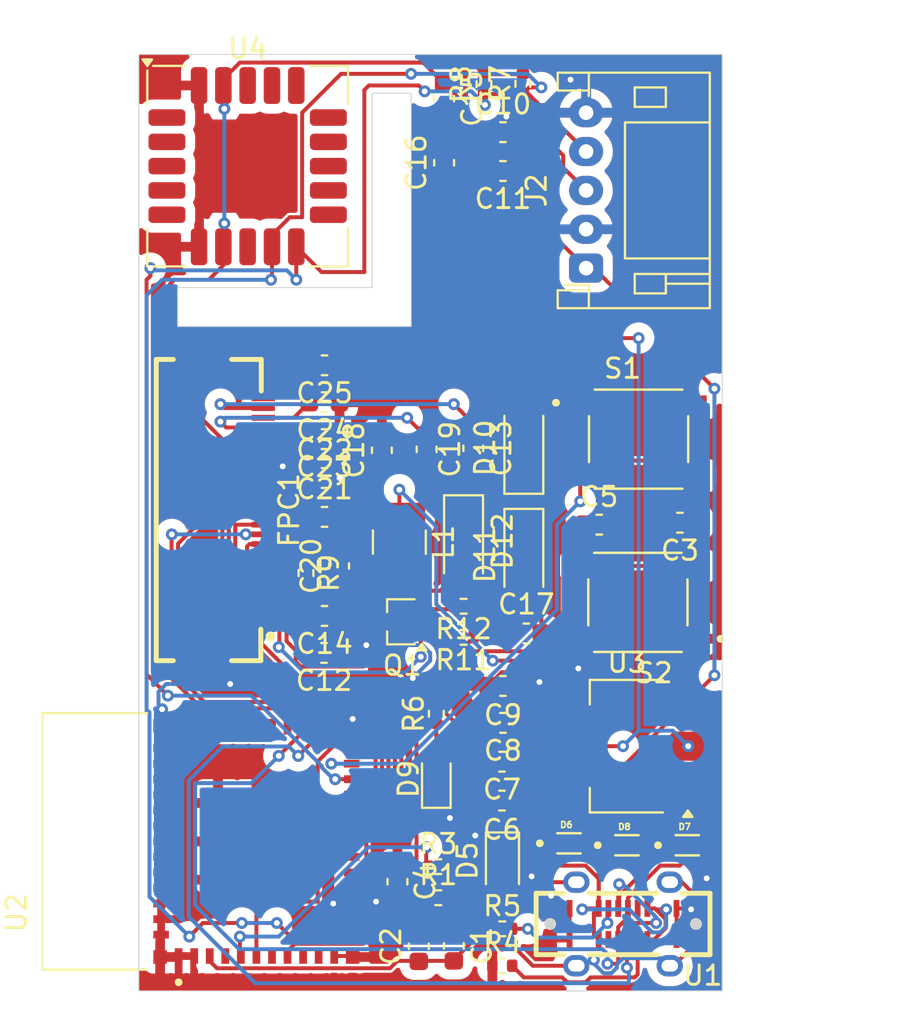
<source format=kicad_pcb>
(kicad_pcb (version 20241229) (generator "pcbnew") (generator_version "9.0")
  (layers (0 "F.Cu" signal) (2 "B.Cu" signal) (13 "F.Paste" user) (15 "B.Paste" user) (5 "F.SilkS" user "F.Silkscreen") (7 "B.SilkS" user "B.Silkscreen") (1 "F.Mask" user) (3 "B.Mask" user) (25 "Edge.Cuts" user))
  (net 0 "")
  (net 1 "GND")
  (net 2 "PREVGH")
  (net 3 "+3.3V")
  (net 4 "PREVGL")
  (net 5 "+5V")
  (net 6 "GPIO9")
  (net 7 "CHIP_PU")
  (net 8 "VBUS")
  (net 9 "D-")
  (net 10 "D+")
  (net 11 "SCL")
  (net 12 "SDA")
  (net 13 "SCLK")
  (net 14 "DC")
  (net 15 "CS")
  (net 16 "RES")
  (net 17 "GDR")
  (net 18 "BUSY")
  (net 19 "SDI")
  (net 20 "RESE")
  (net 21 "GPIO2")
  (net 22 "Net-(U1-CC1)")
  (net 23 "Net-(U1-CC2)")
  (net 25 "unconnected-(U1-EH-Pad0)")
  (net 30 "Net-(FPC1-Pad8)")
  (net 32 "Net-(C12-Pad2)")
  (net 33 "Net-(C14-Pad2)")
  (net 34 "Net-(D10-K)")
  (net 35 "Net-(D12-A)")
  (net 36 "Net-(C20-Pad2)")
  (net 37 "Net-(C21-Pad1)")
  (net 38 "Net-(C22-Pad1)")
  (net 39 "Net-(C23-Pad2)")
  (net 40 "Net-(C24-Pad2)")
  (net 41 "Net-(C25-Pad2)")
  (net 42 "Net-(D9-A)")
  (footprint "Library:FPC-SMD_24P-P0.50_FPC-05FB-24PH20" (layer "F.Cu") (at 91.775 94.25 -90)
    (property "Reference" "FPC1")
    (property "Value" "~")
  )
  (footprint "Capacitor_SMD:C_0603_1608Metric" (layer "F.Cu") (at 99.5 91.175 90)
    (property "Reference" "C18")
    (property "Value" "4.7uf/25V")
  )
  (footprint "Capacitor_SMD:C_0603_1608Metric" (layer "F.Cu") (at 106.925 100.6 180)
    (property "Reference" "C17")
    (property "Value" "4.7uf/25V")
  )
  (footprint "Capacitor_SMD:C_0603_1608Metric" (layer "F.Cu") (at 100.3 113.375 -90)
    (property "Reference" "C4")
    (property "Value" "1uf/50V")
  )
  (footprint "Capacitor_SMD:C_0603_1608Metric" (layer "F.Cu") (at 96.55 94.6)
    (property "Reference" "C21")
    (property "Value" "1uf/50V")
  )
  (footprint "LED_SMD:LED_0603_1608Metric" (layer "F.Cu") (at 102.3 108.0875 90)
    (property "Reference" "D9")
    (property "Value" "LED")
  )
  (footprint "Sensor:Sensirion_SCD4x-1EP_10.1x10.1mm_P1.25mm_EP4.8x4.8mm" (layer "F.Cu") (at 92.6 76.55)
    (property "Reference" "U4")
    (property "Value" "SCD40-D-R1")
  )
  (footprint "Diode_SMD:D_SOD-323" (layer "F.Cu") (at 105.7 112.45 -90)
    (property "Reference" "D5")
    (property "Value" "1N5819WS")
  )
  (footprint "Capacitor_SMD:C_0603_1608Metric" (layer "F.Cu") (at 97.3 97.125 90)
    (property "Reference" "C20")
    (property "Value" "1uf/50V")
  )
  (footprint "Capacitor_SMD:C_0603_1608Metric" (layer "F.Cu") (at 104.2 91.075 -90)
    (property "Reference" "C13")
    (property "Value" "4.7uf/25V")
  )
  (footprint "Connector_JST:JST_PH_S5B-PH-K_1x05_P2.00mm_Horizontal" (layer "F.Cu") (at 110 81.8 90)
    (property "Reference" "J2")
    (property "Value" "Conn_01x05")
  )
  (footprint "Diode_SMD:D_SOD-123" (layer "F.Cu") (at 106.8 96.55 -90)
    (property "Reference" "D11")
    (property "Value" "MBR0530")
  )
  (footprint "Resistor_SMD:R_0402_1005Metric" (layer "F.Cu") (at 103.7 100.8 180)
    (property "Reference" "R11")
    (property "Value" "10kR")
  )
  (footprint "Capacitor_SMD:C_0603_1608Metric" (layer "F.Cu") (at 102.7 76.375 90)
    (property "Reference" "C16")
    (property "Value" "4.7uf/25V")
  )
  (footprint "Capacitor_SMD:C_0603_1608Metric" (layer "F.Cu") (at 96.55 86.8 180)
    (property "Reference" "C25")
    (property "Value" "1uf/50V")
  )
  (footprint "Diode_SMD:D_SOD-123" (layer "F.Cu") (at 106.8 91.05 90)
    (property "Reference" "D10")
    (property "Value" "MBR0530")
  )
  (footprint "Resistor_SMD:R_0402_1005Metric" (layer "F.Cu") (at 105.69 115.8)
    (property "Reference" "R5")
    (property "Value" "5kR")
  )
  (footprint "Capacitor_SMD:C_0603_1608Metric" (layer "F.Cu") (at 105.675 107.2 180)
    (property "Reference" "C7")
    (property "Value" "0.1uf/50V")
  )
  (footprint "Resistor_SMD:R_0402_1005Metric" (layer "F.Cu") (at 102.4 112.6)
    (property "Reference" "R3")
    (property "Value" "10kR")
  )
  (footprint "Capacitor_SMD:C_0603_1608Metric" (layer "F.Cu") (at 101.8 91.125 -90)
    (property "Reference" "C19")
    (property "Value" "4.7uf/25V")
  )
  (footprint "Capacitor_SMD:C_0603_1608Metric" (layer "F.Cu") (at 110.675 95)
    (property "Reference" "C5")
    (property "Value" "0.1uf/50V")
  )
  (footprint "Capacitor_SMD:C_0603_1608Metric" (layer "F.Cu") (at 114.825 94.9 180)
    (property "Reference" "C3")
    (property "Value" "0.1uf/50V")
  )
  (footprint "Capacitor_SMD:C_0603_1608Metric" (layer "F.Cu") (at 96.55 88.7 180)
    (property "Reference" "C24")
    (property "Value" "4.7uf/25V")
  )
  (footprint "Resistor_SMD:R_0402_1005Metric" (layer "F.Cu") (at 103.7 99.2 180)
    (property "Reference" "R12")
    (property "Value" "0.47R")
  )
  (footprint "Capacitor_SMD:C_0603_1608Metric" (layer "F.Cu") (at 96.55 92.6)
    (property "Reference" "C22")
    (property "Value" "1uf/50V")
  )
  (footprint "custom_footprints:XCVR_ESP32-C3-MINI-1-N4" (layer "F.Cu") (at 90.35 111.3 90)
    (property "Reference" "U2")
    (property "Value" "ESP32-C3-MINI-1-N4")
  )
  (footprint "custom_footprints:TVS_LESD5D5.0CT1G" (layer "F.Cu") (at 109.12 111.4)
    (property "Reference" "D6")
    (property "Value" "LESD5D5.0CT1G")
  )
  (footprint "custom_footprints:SW_TS-1187A-B-A-B" (layer "F.Cu") (at 112.6625 99 180)
    (property "Reference" "S2")
    (property "Value" "TS-1187A-B-A-B")
  )
  (footprint "Package_TO_SOT_SMD:SOT-323_SC-70" (layer "F.Cu") (at 100.5 100 180)
    (property "Reference" "Q1")
    (property "Value" "Si1308EDL")
  )
  (footprint "Resistor_SMD:R_0402_1005Metric" (layer "F.Cu") (at 102.3 104.73 90)
    (property "Reference" "R6")
    (property "Value" "10kR")
  )
  (footprint "Capacitor_SMD:C_0603_1608Metric" (layer "F.Cu") (at 105.725 74.8)
    (property "Reference" "C10")
    (property "Value" "4.7uf/25V")
  )
  (footprint "Resistor_SMD:R_0402_1005Metric" (layer "F.Cu") (at 106.75 72.31 90)
    (property "Reference" "R7")
    (property "Value" "10kR")
  )
  (footprint "Resistor_SMD:R_0402_1005Metric" (layer "F.Cu") (at 105.69 117.7)
    (property "Reference" "R4")
    (property "Value" "5kR")
  )
  (footprint "Capacitor_SMD:C_0603_1608Metric" (layer "F.Cu") (at 96.55 90.6 180)
    (property "Reference" "C23")
    (property "Value" "4.7uf/25V")
  )
  (footprint "Capacitor_SMD:C_0603_1608Metric" (layer "F.Cu") (at 105.725 103.3)
    (property "Reference" "C9")
    (property "Value" "10uf/25V")
  )
  (footprint "Package_TO_SOT_SMD:SOT-223-3_TabPin2" (layer "F.Cu") (at 112.1 106.4 180)
    (property "Reference" "U3")
    (property "Value" "AMS1117-3.3")
  )
  (footprint "Capacitor_SMD:C_0603_1608Metric" (layer "F.Cu") (at 105.725 105.2 180)
    (property "Reference" "C8")
    (property "Value" "0.1uf/50V")
  )
  (footprint "custom_footprints:TVS_LESD5D5.0CT1G" (layer "F.Cu") (at 115.2 111.5)
    (property "Reference" "D7")
    (property "Value" "LESD5D5.0CT1G")
  )
  (footprint "Capacitor_SMD:C_0603_1608Metric" (layer "F.Cu") (at 103.2 116.675 -90)
    (property "Reference" "C1")
    (property "Value" "10uf/25V")
  )
  (footprint "Inductor_SMD:L_1210_3225Metric" (layer "F.Cu") (at 100.4 95.9 -90)
    (property "Reference" "L1")
    (property "Value" "10uH/1A")
  )
  (footprint "Capacitor_SMD:C_0603_1608Metric" (layer "F.Cu") (at 96.55 99.7 180)
    (property "Reference" "C14")
    (property "Value" "4.7uf/25V")
  )
  (footprint "Capacitor_SMD:C_0603_1608Metric" (layer "F.Cu") (at 96.525 101.6 180)
    (property "Reference" "C12")
    (property "Value" "4.7uf/25V")
  )
  (footprint "Resistor_SMD:R_0402_1005Metric" (layer "F.Cu") (at 102.4 114.2)
    (property "Reference" "R1")
    (property "Value" "10kR")
  )
  (footprint "Resistor_SMD:R_0402_1005Metric" (layer "F.Cu") (at 104.75 72.33 90)
    (property "Reference" "R8")
    (property "Value" "10kR")
  )
  (footprint "Capacitor_SMD:C_0603_1608Metric" (layer "F.Cu") (at 102.7 73.075 -90)
    (property "Reference" "C15")
    (property "Value" "0.1uf/50V")
  )
  (footprint "Capacitor_SMD:C_0603_1608Metric" (layer "F.Cu") (at 105.725 76.8 180)
    (property "Reference" "C11")
    (property "Value" "0.1uf/50V")
  )
  (footprint "Capacitor_SMD:C_0603_1608Metric" (layer "F.Cu") (at 101.4 116.7 90)
    (property "Reference" "C2")
    (property "Value" "0.1uf/50V")
  )
  (footprint "Capacitor_SMD:C_0603_1608Metric" (layer "F.Cu") (at 105.675 109.2)
    (property "Reference" "C6")
    (property "Value" "10uf/25V")
  )
  (footprint "Resistor_SMD:R_0402_1005Metric" (layer "F.Cu") (at 95.6 97.49 -90)
    (property "Reference" "R9")
    (property "Value" "3R")
  )
  (footprint "custom_footprints:TVS_LESD5D5.0CT1G" (layer "F.Cu") (at 112.1 111.5)
    (property "Reference" "D8")
    (property "Value" "LESD5D5.0CT1G")
  )
  (footprint "custom_footprints:SW_TS-1187A-B-A-B" (layer "F.Cu") (at 112.7 90.6)
    (property "Reference" "S1")
    (property "Value" "TS-1187A-B-A-B")
  )
  (footprint "Diode_SMD:D_SOD-123" (layer "F.Cu") (at 103.7 95.85 -90)
    (property "Reference" "D12")
    (property "Value" "MBR0530")
  )
  (footprint "USBC_SMD_VERTICAL:TYPE-C-SMD_USB4120-03-C" (layer "F.Cu") (at 111.9 115.55)
    (property "Reference" "U1")
    (property "Value" "~")
    (fp_poly (pts (xy -3.452567 -0.039158) (xy -3.472836 -0.114805) (xy -3.511994 -0.182628) (xy -3.567372 -0.238006) (xy -3.635195 -0.277164) (xy -3.710842 -0.297433) (xy -3.789158 -0.297433) (xy -3.864805 -0.277164) (xy -3.932628 -0.238006) (xy -3.988006 -0.182628) (xy -4.027164 -0.114805) (xy -4.047433 -0.039158) (xy -4.047433 0.039158) (xy -4.027164 0.114805) (xy -3.988006 0.182628) (xy -3.932628 0.238006) (xy -3.864805 0.277164) (xy -3.789158 0.297433) (xy -3.710842 0.297433) (xy -3.635195 0.277164) (xy -3.567372 0.238006) (xy -3.511994 0.182628) (xy -3.472836 0.114805) (xy -3.452567 0.039158)) (fill yes) (layer "Edge.Cuts"))
    (fp_poly (pts (xy 4.047433 -0.039158) (xy 4.027164 -0.114805) (xy 3.988006 -0.182628) (xy 3.932628 -0.238006) (xy 3.864805 -0.277164) (xy 3.789158 -0.297433) (xy 3.710842 -0.297433) (xy 3.635195 -0.277164) (xy 3.567372 -0.238006) (xy 3.511994 -0.182628) (xy 3.472836 -0.114805) (xy 3.452567 -0.039158) (xy 3.452567 0.039158) (xy 3.472836 0.114805) (xy 3.511994 0.182628) (xy 3.567372 0.238006) (xy 3.635195 0.277164) (xy 3.710842 0.297433) (xy 3.789158 0.297433) (xy 3.864805 0.277164) (xy 3.932628 0.238006) (xy 3.988006 0.182628) (xy 4.027164 0.114805) (xy 4.047433 0.039158)) (fill yes) (layer "Edge.Cuts"))
  )
  (gr_line (start 117 119) (end 87 119) (stroke (width 0.05)) (layer "Edge.Cuts"))
  (gr_line (start 89 82.8) (end 89 84.8) (stroke (width 0.05)) (layer "Edge.Cuts"))
  (gr_line (start 87 119) (end 87 70.8) (stroke (width 0.05)) (layer "Edge.Cuts"))
  (gr_line (start 101 84.8) (end 101 72.8) (stroke (width 0.05)) (layer "Edge.Cuts"))
  (gr_line (start 87 70.8) (end 117 70.8) (stroke (width 0.05)) (layer "Edge.Cuts"))
  (gr_line (start 99 82.8) (end 89 82.8) (stroke (width 0.05)) (layer "Edge.Cuts"))
  (gr_line (start 89 84.8) (end 101 84.8) (stroke (width 0.05)) (layer "Edge.Cuts"))
  (gr_line (start 101 72.8) (end 99 72.8) (stroke (width 0.05)) (layer "Edge.Cuts"))
  (gr_line (start 117 70.8) (end 117 119) (stroke (width 0.05)) (layer "Edge.Cuts"))
  (gr_line (start 99 72.8) (end 99 82.8) (stroke (width 0.05)) (layer "Edge.Cuts"))
  (segment (start 104.21 100.8) (end 102.118043 102.891957) (width 0.2032) (layer "F.Cu") (net 1))
  (segment (start 98 105.35) (end 98 105) (width 0.2032) (layer "F.Cu") (net 1))
  (segment (start 97.05 117.2) (end 97.95 117.2) (width 0.2032) (layer "F.Cu") (net 1))
  (segment (start 105.1 74.8) (end 105.9 74) (width 0.2032) (layer "F.Cu") (net 1))
  (segment (start 104.95 74.8) (end 105.1 74.8) (width 0.2032) (layer "F.Cu") (net 1))
  (segment (start 88.1 105.35) (end 88.1 104.6) (width 0.2032) (layer "F.Cu") (net 1))
  (segment (start 105.6546 102.5954) (end 107.0954 102.5954) (width 0.2032) (layer "F.Cu") (net 1))
  (segment (start 98 105.3) (end 98 105.35) (width 0.2032) (layer "F.Cu") (net 1))
  (segment (start 92.6908 92) (end 90.15 89.4592) (width 0.2032) (layer "F.Cu") (net 1))
  (segment (start 109.15 114.75) (end 108.85 114.75) (width 0.2032) (layer "F.Cu") (net 1))
  (segment (start 114.65 114.75) (end 115.35 114.75) (width 0.2032) (layer "F.Cu") (net 1))
  (segment (start 88.1 104.6) (end 88.2 104.5) (width 0.2032) (layer "F.Cu") (net 1))
  (segment (start 90.15 89.4592) (end 90.15 86.95) (width 0.2032) (layer "F.Cu") (net 1))
  (segment (start 109.15 114.75) (end 109.15 116.35) (width 0.2032) (layer "F.Cu") (net 1))
  (segment (start 102.3 108.875) (end 102.3 109.4) (width 0.2032) (layer "F.Cu") (net 1))
  (segment (start 104.95 103.3) (end 105.6546 102.5954) (width 0.2032) (layer "F.Cu") (net 1))
  (segment (start 108.85 114.75) (end 108.2 114.1) (width 0.2032) (layer "F.Cu") (net 1))
  (segment (start 101.8 91.9) (end 101.8 92.3) (width 0.2032) (layer "F.Cu") (net 1))
  (segment (start 114.65 114.75) (end 114.65 116.35) (width 0.2032) (layer "F.Cu") (net 1))
  (segment (start 102.3 109.4) (end 103 110.1) (width 0.2032) (layer "F.Cu") (net 1))
  (segment (start 97.95 117.2) (end 98 117.25) (width 0.2032) (layer "F.Cu") (net 1))
  (segment (start 98 105.35) (end 97.95 105.35) (width 0.2032) (layer "F.Cu") (net 1))
  (segment (start 107.0954 102.5954) (end 107.6 103.1) (width 0.2032) (layer "F.Cu") (net 1))
  (segment (start 115.35 114.75) (end 115.4 114.8) (width 0.2032) (layer "F.Cu") (net 1))
  (segment (start 97.95 114.5) (end 97 114.5) (width 0.2032) (layer "F.Cu") (net 1))
  (segment (start 93.4 92) (end 92.6908 92) (width 0.2032) (layer "F.Cu") (net 1))
  (segment (start 102.118043 102.891957) (end 101.091957 102.891957) (width 0.2032) (layer "F.Cu") (net 1))
  (segment (start 93.4 92) (end 94.4 92) (width 0.2032) (layer "F.Cu") (net 1))
  (segment (start 109.6 102.4) (end 109.7 102.5) (width 0.2032) (layer "F.Cu") (net 1))
  (segment (start 101.8 91.9) (end 101.8 91.575864) (width 0.2032) (layer "F.Cu") (net 1))
  (via (at 109.6 102.4) (size 0.61) (drill 0.3) (layers "F.Cu" "B.Cu") (net 1))
  (via (at 97 114.5) (size 0.61) (drill 0.3) (layers "F.Cu" "B.Cu") (net 1))
  (via (at 107.6 103.1) (size 0.61) (drill 0.3) (layers "F.Cu" "B.Cu") (net 1))
  (via (at 98.7 101.2) (size 0.61) (drill 0.3) (layers "F.Cu" "B.Cu") (net 1))
  (via (at 108.2 114.1) (size 0.61) (drill 0.3) (layers "F.Cu" "B.Cu") (net 1))
  (via (at 91.7 103.2) (size 0.61) (drill 0.3) (layers "F.Cu" "B.Cu") (net 1))
  (via (at 94.4 92) (size 0.61) (drill 0.3) (layers "F.Cu" "B.Cu") (net 1))
  (via (at 101.091957 102.891957) (size 0.61) (drill 0.3) (layers "F.Cu" "B.Cu") (net 1))
  (via (at 88.2 104.5) (size 0.61) (drill 0.3) (layers "F.Cu" "B.Cu") (net 1))
  (via (at 99.2 114.4) (size 0.61) (drill 0.3) (layers "F.Cu" "B.Cu") (net 1))
  (via (at 115.4 114.8) (size 0.61) (drill 0.3) (layers "F.Cu" "B.Cu") (net 1))
  (via (at 105.9 74) (size 0.61) (drill 0.3) (layers "F.Cu" "B.Cu") (net 1))
  (via (at 103 110.1) (size 0.61) (drill 0.3) (layers "F.Cu" "B.Cu") (net 1))
  (via (at 104.3 111) (size 0.61) (drill 0.3) (layers "F.Cu" "B.Cu") (net 1))
  (via (at 109.2 72.1) (size 0.61) (drill 0.3) (layers "F.Cu" "B.Cu") (net 1))
  (via (at 116.2 113.2) (size 0.61) (drill 0.3) (layers "F.Cu" "B.Cu") (net 1))
  (via (at 107.2 113.1) (size 0.61) (drill 0.3) (layers "F.Cu" "B.Cu") (net 1))
  (via (at 98 105) (size 0.61) (drill 0.3) (layers "F.Cu" "B.Cu") (net 1))
  (via (at 97.325 92.6) (size 0.61) (drill 0.3) (layers "F.Cu" "B.Cu") (net 1))
  (segment (start 88.2 104.5) (end 88.0164 104.3164) (width 0.2032) (layer "B.Cu") (net 1))
  (segment (start 107.6 103.1) (end 108.9 103.1) (width 0.2032) (layer "B.Cu") (net 1))
  (segment (start 105.9 74) (end 107.3 74) (width 0.2032) (layer "B.Cu") (net 1))
  (segment (start 108.9 103.1) (end 109.6 102.4) (width 0.2032) (layer "B.Cu") (net 1))
  (segment (start 103.4 110.1) (end 104.3 111) (width 0.2032) (layer "B.Cu") (net 1))
  (segment (start 96.725 92) (end 97.325 92.6) (width 0.2032) (layer "B.Cu") (net 1))
  (segment (start 98 105) (end 98.983914 105) (width 0.2032) (layer "B.Cu") (net 1))
  (segment (start 98.983914 105) (end 101.091957 102.891957) (width 0.2032) (layer "B.Cu") (net 1))
  (segment (start 115.4 114) (end 116.2 113.2) (width 0.2032) (layer "B.Cu") (net 1))
  (segment (start 107.3 74) (end 109.2 72.1) (width 0.2032) (layer "B.Cu") (net 1))
  (segment (start 101.9836 101.599686) (end 101.583914 101.2) (width 0.2032) (layer "B.Cu") (net 1))
  (segment (start 88.0164 104.3164) (end 88.0164 103.599686) (width 0.2032) (layer "B.Cu") (net 1))
  (segment (start 101.091957 102.891957) (end 101.9836 102.000314) (width 0.2032) (layer "B.Cu") (net 1))
  (segment (start 103 110.1) (end 103.4 110.1) (width 0.2032) (layer "B.Cu") (net 1))
  (segment (start 101.9836 102.000314) (end 101.9836 101.599686) (width 0.2032) (layer "B.Cu") (net 1))
  (segment (start 108.2 114.1) (end 107.2 113.1) (width 0.2032) (layer "B.Cu") (net 1))
  (segment (start 97 114.5) (end 99.1 114.5) (width 0.2032) (layer "B.Cu") (net 1))
  (segment (start 101.583914 101.2) (end 98.7 101.2) (width 0.2032) (layer "B.Cu") (net 1))
  (segment (start 88.0164 103.599686) (end 88.416086 103.2) (width 0.2032) (layer "B.Cu") (net 1))
  (segment (start 88.416086 103.2) (end 91.7 103.2) (width 0.2032) (layer "B.Cu") (net 1))
  (segment (start 115.4 114.8) (end 115.4 114) (width 0.2032) (layer "B.Cu") (net 1))
  (segment (start 94.4 92) (end 96.725 92) (width 0.2032) (layer "B.Cu") (net 1))
  (segment (start 99.1 114.5) (end 99.2 114.4) (width 0.2032) (layer "B.Cu") (net 1))
  (segment (start 102.75 90.35) (end 101.8 90.35) (width 0.2032) (layer "F.Cu") (net 2))
  (segment (start 91.2 89.7) (end 91.5 90) (width 0.2032) (layer "F.Cu") (net 2))
  (segment (start 103.7 94.2) (end 103 93.5) (width 0.2032) (layer "F.Cu") (net 2))
  (segment (start 100.8 89.5) (end 101.65 90.35) (width 0.2032) (layer "F.Cu") (net 2))
  (segment (start 103 90.6) (end 102.75 90.35) (width 0.2032) (layer "F.Cu") (net 2))
  (segment (start 103 93.5) (end 103 90.6) (width 0.2032) (layer "F.Cu") (net 2))
  (segment (start 101.65 90.35) (end 101.8 90.35) (width 0.2032) (layer "F.Cu") (net 2))
  (segment (start 91.5 90) (end 93.4 90) (width 0.2032) (layer "F.Cu") (net 2))
  (via (at 100.8 89.5) (size 0.61) (drill 0.3) (layers "F.Cu" "B.Cu") (net 2))
  (via (at 91.2 89.7) (size 0.61) (drill 0.3) (layers "F.Cu" "B.Cu") (net 2))
  (segment (start 91.4 89.5) (end 91.2 89.7) (width 0.2032) (layer "B.Cu") (net 2))
  (segment (start 100.8 89.5) (end 91.4 89.5) (width 0.2032) (layer "B.Cu") (net 2))
  (segment (start 91.35 80.7) (end 91.35 79.55) (width 0.2032) (layer "F.Cu") (net 3))
  (segment (start 104.1 116.5) (end 104.1 114.7) (width 0.2032) (layer "F.Cu") (net 3))
  (segment (start 102.9 112.61) (end 102.91 112.6) (width 0.2032) (layer "F.Cu") (net 3))
  (segment (start 104.1504 71.2204) (end 104.75 71.82) (width 0.2032) (layer "F.Cu") (net 3))
  (segment (start 102.9 114.19) (end 102.9 112.61) (width 0.2032) (layer "F.Cu") (net 3))
  (segment (start 90.602599 82.3974) (end 88.833238 82.3974) (width 0.2032) (layer "F.Cu") (net 3))
  (segment (start 91.35 79.55) (end 91.4 79.5) (width 0.2032) (layer "F.Cu") (net 3))
  (segment (start 91.4 73.6) (end 91.4 72.45) (width 0.2032) (layer "F.Cu") (net 3))
  (segment (start 102.91 114.2) (end 103.6 114.2) (width 0.2032) (layer "F.Cu") (net 3))
  (segment (start 88.5974 82.633238) (end 88.5974 84.966762) (width 0.2032) (layer "F.Cu") (net 3))
  (segment (start 93.4 71.2204) (end 104.1504 71.2204) (width 0.2032) (layer "F.Cu") (net 3))
  (segment (start 103.2 117.4) (end 104.1 116.5) (width 0.2032) (layer "F.Cu") (net 3))
  (segment (start 103.9 105.82) (end 103.9 106.4) (width 0.2032) (layer "F.Cu") (net 3))
  (segment (start 90.65 117.4592) (end 91.0204 117.8296) (width 0.2032) (layer "F.Cu") (net 3))
  (segment (start 89.030638 85.4) (end 112.7 85.4) (width 0.2032) (layer "F.Cu") (net 3))
  (segment (start 111.9 106.4) (end 108.95 106.4) (width 0.2032) (layer "F.Cu") (net 3))
  (segment (start 99.9204 117.8296) (end 100.3 117.45) (width 0.2032) (layer "F.Cu") (net 3))
  (segment (start 104.75 71.82) (end 106.73 71.82) (width 0.2032) (layer "F.Cu") (net 3))
  (segment (start 103.6 106.7) (end 103.9 106.4) (width 0.2032) (layer "F.Cu") (net 3))
  (segment (start 103.2 117.45) (end 103.2 117.4) (width 0.2032) (layer "F.Cu") (net 3))
  (segment (start 106.5 105.2) (end 106.5 103.3) (width 0.2032) (layer "F.Cu") (net 3))
  (segment (start 91.35 80.7) (end 91.35 81.649999) (width 0.2032) (layer "F.Cu") (net 3))
  (segment (start 103.4046 73.0046) (end 102.7 72.3) (width 0.2032) (layer "F.Cu") (net 3))
  (segment (start 105.2 102) (end 107.3 102) (width 0.2032) (layer "F.Cu") (net 3))
  (segment (start 103.4046 74.8954) (end 103.4046 73.0046) (width 0.2032) (layer "F.Cu") (net 3))
  (segment (start 107.3 102) (end 108.95 103.65) (width 0.2032) (layer "F.Cu") (net 3))
  (segment (start 103.6 112.6) (end 103.6 106.7) (width 0.2032) (layer "F.Cu") (net 3))
  (segment (start 91.35 72.95) (end 91.35 72.4) (width 0.2032) (layer "F.Cu") (net 3))
  (segment (start 100.3 117.45) (end 103.2 117.45) (width 0.2032) (layer "F.Cu") (net 3))
  (segment (start 108.95 103.65) (end 108.95 106.4) (width 0.2032) (layer "F.Cu") (net 3))
  (segment (start 108.95 106.4) (end 107.75 105.2) (width 0.2032) (layer "F.Cu") (net 3))
  (segment (start 102.3 104.22) (end 103.9 105.82) (width 0.2032) (layer "F.Cu") (net 3))
  (segment (start 99.5 93.6) (end 100.4 94.5) (width 0.2032) (layer "F.Cu") (net 3))
  (segment (start 91.4 72.45) (end 91.35 72.4) (width 0.2032) (layer "F.Cu") (net 3))
  (segment (start 91.0204 117.8296) (end 99.9204 117.8296) (width 0.2032) (layer "F.Cu") (net 3))
  (segment (start 88.833238 82.3974) (end 88.5974 82.633238) (width 0.2032) (layer "F.Cu") (net 3))
  (segment (start 100.4 94.5) (end 100.4 93.2) (width 0.2032) (layer "F.Cu") (net 3))
  (segment (start 104.1 114.7) (end 103.6 114.2) (width 0.2032) (layer "F.Cu") (net 3))
  (segment (start 88.5974 84.966762) (end 89.030638 85.4) (width 0.2032) (layer "F.Cu") (net 3))
  (segment (start 101.6204 71.2204) (end 93.4 71.2204) (width 0.2032) (layer "F.Cu") (net 3))
  (segment (start 91.35 81.649999) (end 90.602599 82.3974) (width 0.2032) (layer "F.Cu") (net 3))
  (segment (start 107.75 105.2) (end 106.5 105.2) (width 0.2032) (layer "F.Cu") (net 3))
  (segment (start 92.198488 71.2204) (end 93.4 71.2204) (width 0.2032) (layer "F.Cu") (net 3))
  (segment (start 103.6 114.2) (end 103.6 112.6) (width 0.2032) (layer "F.Cu") (net 3))
  (segment (start 91.35 72.4) (end 91.35 72.068888) (width 0.2032) (layer "F.Cu") (net 3))
  (segment (start 102.7 72.3) (end 101.6204 71.2204) (width 0.2032) (layer "F.Cu") (net 3))
  (segment (start 103.9 106.4) (end 108.95 106.4) (width 0.2032) (layer "F.Cu") (net 3))
  (segment (start 102.91 114.2) (end 102.9 114.19) (width 0.2032) (layer "F.Cu") (net 3))
  (segment (start 91.35 72.068888) (end 92.198488 71.2204) (width 0.2032) (layer "F.Cu") (net 3))
  (segment (start 102.91 112.6) (end 103.6 112.6) (width 0.2032) (layer "F.Cu") (net 3))
  (segment (start 106.73 71.82) (end 106.75 71.8) (width 0.2032) (layer "F.Cu") (net 3))
  (segment (start 90.65 117.2) (end 90.65 117.4592) (width 0.2032) (layer "F.Cu") (net 3))
  (segment (start 99.5 91.95) (end 99.5 93.6) (width 0.2032) (layer "F.Cu") (net 3))
  (segment (start 102.7 75.6) (end 103.4046 74.8954) (width 0.2032) (layer "F.Cu") (net 3))
  (via (at 91.4 73.6) (size 0.61) (drill 0.3) (layers "F.Cu" "B.Cu") (net 3))
  (via (at 105.2 102) (size 0.61) (drill 0.3) (layers "F.Cu" "B.Cu") (net 3))
  (via (at 100.4 93.2) (size 0.61) (drill 0.3) (layers "F.Cu" "B.Cu") (net 3))
  (via (at 112.7 85.4) (size 0.61) (drill 0.3) (layers "F.Cu" "B.Cu") (net 3))
  (via (at 111.9 106.4) (size 0.61) (drill 0.3) (layers "F.Cu" "B.Cu") (net 3))
  (via (at 115.25 106.4) (size 0.61) (drill 0.3) (layers "F.Cu" "B.Cu") (net 3))
  (via (at 91.4 79.5) (size 0.61) (drill 0.3) (layers "F.Cu" "B.Cu") (net 3))
  (segment (start 112.7 105.6) (end 114.45 105.6) (width 0.2032) (layer "B.Cu") (net 3))
  (segment (start 102.3 95.1) (end 102.3 99.1) (width 0.2032) (layer "B.Cu") (net 3))
  (segment (start 112.7 105.6) (end 111.9 106.4) (width 0.2032) (layer "B.Cu") (net 3))
  (segment (start 102.3 99.1) (end 105.2 102) (width 0.2032) (layer "B.Cu") (net 3))
  (segment (start 112.7 85.4) (end 112.7 105.6) (width 0.2032) (layer "B.Cu") (net 3))
  (segment (start 91.4 79.5) (end 91.4 73.6) (width 0.2032) (layer "B.Cu") (net 3))
  (segment (start 114.45 105.6) (end 115.25 106.4) (width 0.2032) (layer "B.Cu") (net 3))
  (segment (start 100.4 93.2) (end 102.3 95.1) (width 0.2032) (layer "B.Cu") (net 3))
  (segment (start 105.1 89.4) (end 104.2 90.3) (width 0.2032) (layer "F.Cu") (net 4))
  (segment (start 104.2 89.8) (end 104.2 90.3) (width 0.2032) (layer "F.Cu") (net 4))
  (segment (start 106.8 89.4) (end 105.1 89.4) (width 0.2032) (layer "F.Cu") (net 4))
  (segment (start 91.2 88.8) (end 91.4 89) (width 0.2032) (layer "F.Cu") (net 4))
  (segment (start 91.4 89) (end 93.4 89) (width 0.2032) (layer "F.Cu") (net 4))
  (segment (start 103.2 88.8) (end 104.2 89.8) (width 0.2032) (layer "F.Cu") (net 4))
  (via (at 91.2 88.8) (size 0.61) (drill 0.3) (layers "F.Cu" "B.Cu") (net 4))
  (via (at 103.2 88.8) (size 0.61) (drill 0.3) (layers "F.Cu" "B.Cu") (net 4))
  (segment (start 103.2 88.8) (end 91.2 88.8) (width 0.2032) (layer "B.Cu") (net 4))
  (segment (start 106.5 74.8) (end 106.5 76.8) (width 0.2032) (layer "F.Cu") (net 5))
  (segment (start 110.45 108.9) (end 115.25 104.1) (width 0.2032) (layer "F.Cu") (net 5))
  (segment (start 106.45 109.2) (end 106.45 107.2) (width 0.2032) (layer "F.Cu") (net 5))
  (segment (start 116.5974 87.9974) (end 116.5974 88) (width 0.2032) (layer "F.Cu") (net 5))
  (segment (start 107.1796 77.4796) (end 107.1796 78.9796) (width 0.2032) (layer "F.Cu") (net 5))
  (segment (start 110 81.8) (end 110.4 81.8) (width 0.2032) (layer "F.Cu") (net 5))
  (segment (start 106.5 76.8) (end 107.1796 77.4796) (width 0.2032) (layer "F.Cu") (net 5))
  (segment (start 108.15 108.9) (end 110.45 108.9) (width 0.2032) (layer "F.Cu") (net 5))
  (segment (start 105.7 111.4) (end 105.7 109.95) (width 0.2032) (layer "F.Cu") (net 5))
  (segment (start 107.1796 78.9796) (end 110 81.8) (width 0.2032) (layer "F.Cu") (net 5))
  (segment (start 116.5974 102.7526) (end 115.25 104.1) (width 0.2032) (layer "F.Cu") (net 5))
  (segment (start 110.4 81.8) (end 116.5974 87.9974) (width 0.2032) (layer "F.Cu") (net 5))
  (segment (start 106.45 107.2) (end 108.15 108.9) (width 0.2032) (layer "F.Cu") (net 5))
  (segment (start 105.7 109.95) (end 106.45 109.2) (width 0.2032) (layer "F.Cu") (net 5))
  (via (at 116.5974 88) (size 0.61) (drill 0.3) (layers "F.Cu" "B.Cu") (net 5))
  (via (at 116.5974 102.7526) (size 0.61) (drill 0.3) (layers "F.Cu" "B.Cu") (net 5))
  (segment (start 116.5974 88) (end 116.5974 102.7526) (width 0.2032) (layer "B.Cu") (net 5))
  (segment (start 115.6 92.575) (end 115.7 92.475) (width 0.2032) (layer "F.Cu") (net 6))
  (segment (start 110.475 91.7) (end 114.925 91.7) (width 0.2032) (layer "F.Cu") (net 6))
  (segment (start 115.6 94.9) (end 115.6 92.575) (width 0.2032) (layer "F.Cu") (net 6))
  (segment (start 109.7 92.475) (end 110.475 91.7) (width 0.2032) (layer "F.Cu") (net 6))
  (segment (start 109.7 92.475) (end 109.7 93.8) (width 0.2032) (layer "F.Cu") (net 6))
  (segment (start 114.925 91.7) (end 115.7 92.475) (width 0.2032) (layer "F.Cu") (net 6))
  (segment (start 96.9 107.3) (end 97.95 107.3) (width 0.2032) (layer "F.Cu") (net 6))
  (via (at 109.7 93.8) (size 0.61) (drill 0.3) (layers "F.Cu" "B.Cu") (net 6))
  (via (at 96.9 107.3) (size 0.61) (drill 0.3) (layers "F.Cu" "B.Cu") (net 6))
  (segment (start 109.7 93.8) (end 108.5 95) (width 0.2032) (layer "B.Cu") (net 6))
  (segment (start 108.5 95) (end 108.5 99.383914) (width 0.2032) (layer "B.Cu") (net 6))
  (segment (start 100.583914 107.3) (end 96.9 107.3) (width 0.2032) (layer "B.Cu") (net 6))
  (segment (start 108.5 99.383914) (end 100.583914 107.3) (width 0.2032) (layer "B.Cu") (net 6))
  (segment (start 95.0204 116.5704) (end 98.5388 116.5704) (width 0.2032) (layer "F.Cu") (net 7))
  (segment (start 101.2804 104.400236) (end 101.2804 113.7004) (width 0.2032) (layer "F.Cu") (net 7))
  (segment (start 109.9 95) (end 109.9 95.2) (width 0.2032) (layer "F.Cu") (net 7))
  (segment (start 98.5796 115.8704) (end 100.3 114.15) (width 0.2032) (layer "F.Cu") (net 7))
  (segment (start 109.9 95.2) (end 109.6625 95.4375) (width 0.2032) (layer "F.Cu") (net 7))
  (segment (start 108.9329 100.5657) (end 107.9822 101.5164) (width 0.2032) (layer "F.Cu") (net 7))
  (segment (start 107.9822 101.5164) (end 104.164236 101.5164) (width 0.2032) (layer "F.Cu") (net 7))
  (segment (start 101.2804 113.7004) (end 101.78 114.2) (width 0.2032) (layer "F.Cu") (net 7))
  (segment (start 94.65 116.9408) (end 95.0204 116.5704) (width 0.2032) (layer "F.Cu") (net 7))
  (segment (start 98.5796 116.5296) (end 98.5796 115.8704) (width 0.2032) (layer "F.Cu") (net 7))
  (segment (start 109.6625 97.125) (end 115.6625 97.125) (width 0.2032) (layer "F.Cu") (net 7))
  (segment (start 108.9329 97.8546) (end 108.9329 100.5657) (width 0.2032) (layer "F.Cu") (net 7))
  (segment (start 104.164236 101.5164) (end 101.2804 104.400236) (width 0.2032) (layer "F.Cu") (net 7))
  (segment (start 101.89 114.2) (end 100.35 114.2) (width 0.2032) (layer "F.Cu") (net 7))
  (segment (start 109.6625 95.4375) (end 109.6625 97.125) (width 0.2032) (layer "F.Cu") (net 7))
  (segment (start 98.5388 116.5704) (end 98.5796 116.5296) (width 0.2032) (layer "F.Cu") (net 7))
  (segment (start 100.35 114.2) (end 100.3 114.15) (width 0.2032) (layer "F.Cu") (net 7))
  (segment (start 94.65 117.2) (end 94.65 116.9408) (width 0.2032) (layer "F.Cu") (net 7))
  (segment (start 101.78 114.2) (end 101.89 114.2) (width 0.2032) (layer "F.Cu") (net 7))
  (segment (start 109.6625 97.125) (end 108.9329 97.8546) (width 0.2032) (layer "F.Cu") (net 7))
  (segment (start 114.0836 115.7696) (end 114.0836 115.299686) (width 0.2032) (layer "F.Cu") (net 8))
  (segment (start 109.978158 112.5474) (end 110.65 113.219242) (width 0.2032) (layer "F.Cu") (net 8))
  (segment (start 113.583914 114.8) (end 113.533914 114.75) (width 0.2032) (layer "F.Cu") (net 8))
  (segment (start 109.78 111.4) (end 110.65 112.27) (width 0.2032) (layer "F.Cu") (net 8))
  (segment (start 113.533914 114.75) (end 113.15 114.75) (width 0.2032) (layer "F.Cu") (net 8))
  (segment (start 113.5032 116.35) (end 114.0836 115.7696) (width 0.2032) (layer "F.Cu") (net 8))
  (segment (start 106.6526 112.5474) (end 109.978158 112.5474) (width 0.2032) (layer "F.Cu") (net 8))
  (segment (start 110.65 116.35) (end 110.4 116.1) (width 0.2032) (layer "F.Cu") (net 8))
  (segment (start 114.118998 114.8) (end 113.583914 114.8) (width 0.2032) (layer "F.Cu") (net 8))
  (segment (start 110.4 116.1) (end 110.4 115) (width 0.2032) (layer "F.Cu") (net 8))
  (segment (start 110.65 113.219242) (end 110.65 114.75) (width 0.2032) (layer "F.Cu") (net 8))
  (segment (start 113.15 116.35) (end 113.5032 116.35) (width 0.2032) (layer "F.Cu") (net 8))
  (segment (start 109.85 114.75) (end 109.8 114.8) (width 0.2032) (layer "F.Cu") (net 8))
  (segment (start 105.7 113.5) (end 106.6526 112.5474) (width 0.2032) (layer "F.Cu") (net 8))
  (segment (start 114.0836 115.299686) (end 113.533914 114.75) (width 0.2032) (layer "F.Cu") (net 8))
  (segment (start 110.65 112.27) (end 110.65 114.75) (width 0.2032) (layer "F.Cu") (net 8))
  (segment (start 110.4 115) (end 110.65 114.75) (width 0.2032) (layer "F.Cu") (net 8))
  (segment (start 110.65 114.75) (end 109.85 114.75) (width 0.2032) (layer "F.Cu") (net 8))
  (via (at 109.8 114.8) (size 0.61) (drill 0.3) (layers "F.Cu" "B.Cu") (net 8))
  (via (at 114.118998 114.8) (size 0.61) (drill 0.3) (layers "F.Cu" "B.Cu") (net 8))
  (segment (start 114.118998 115.664916) (end 114.118998 114.8) (width 0.2032) (layer "B.Cu") (net 8))
  (segment (start 113.800314 115.9836) (end 114.118998 115.664916) (width 0.2032) (layer "B.Cu") (net 8))
  (segment (start 113.399686 115.9836) (end 113.800314 115.9836) (width 0.2032) (layer "B.Cu") (net 8))
  (segment (start 109.8 114.8) (end 112.216086 114.8) (width 0.2032) (layer "B.Cu") (net 8))
  (segment (start 112.216086 114.8) (end 113.399686 115.9836) (width 0.2032) (layer "B.Cu") (net 8))
  (segment (start 112.15 115.2118) (end 112.15 114.75) (width 0.2032) (layer "F.Cu") (net 9))
  (segment (start 95.45 105.65) (end 94.2 106.9) (width 0.2032) (layer "F.Cu") (net 9))
  (segment (start 115.86 111.5) (end 114.8126 112.5474) (width 0.2032) (layer "F.Cu") (net 9))
  (segment (start 111.1 117.6) (end 111.6 117.6) (width 0.2032) (layer "F.Cu") (net 9))
  (segment (start 112.15 114.2058) (end 112.15 114.75) (width 0.2032) (layer "F.Cu") (net 9))
  (segment (start 113.8084 112.5474) (end 112.15 114.2058) (width 0.2032) (layer "F.Cu") (net 9))
  (segment (start 114.8126 112.5474) (end 113.8084 112.5474) (width 0.2032) (layer "F.Cu") (net 9))
  (segment (start 111.6 117.6) (end 111.65 117.55) (width 0.2032) (layer "F.Cu") (net 9))
  (segment (start 95.45 105.4) (end 95.45 105.65) (width 0.2032) (layer "F.Cu") (net 9))
  (segment (start 111.65 115.7118) (end 112.15 115.2118) (width 0.2032) (layer "F.Cu") (net 9))
  (segment (start 111.65 116.35) (end 111.65 115.7118) (width 0.2032) (layer "F.Cu") (net 9))
  (segment (start 111.65 117.55) (end 111.65 116.35) (width 0.2032) (layer "F.Cu") (net 9))
  (via (at 94.2 106.9) (size 0.61) (drill 0.3) (layers "F.Cu" "B.Cu") (net 9))
  (via (at 111.1 117.6) (size 0.61) (drill 0.3) (layers "F.Cu" "B.Cu") (net 9))
  (segment (start 92.8 108.3) (end 94.2 106.9) (width 0.2032) (layer "B.Cu") (net 9))
  (segment (start 92.163486 116.8474) (end 89.9 114.583914) (width 0.2032) (layer "B.Cu") (net 9))
  (segment (start 89.9 108.3) (end 92.8 108.3) (width 0.2032) (layer "B.Cu") (net 9))
  (segment (start 110.8474 116.8474) (end 92.163486 116.8474) (width 0.2032) (layer "B.Cu") (net 9))
  (segment (start 89.9 114.583914) (end 89.9 108.3) (width 0.2032) (layer "B.Cu") (net 9))
  (segment (start 111.1 117.1) (end 110.8474 116.8474) (width 0.2032) (layer "B.Cu") (net 9))
  (segment (start 111.1 117.6) (end 111.1 117.1) (width 0.2032) (layer "B.Cu") (net 9))
  (segment (start 112.1 117.8) (end 112.1 116.4) (width 0.2032) (layer "F.Cu") (net 10))
  (segment (start 111.65 114.15) (end 112.76 113.04) (width 0.2032) (layer "F.Cu") (net 10))
  (segment (start 111.7 114.7) (end 111.65 114.75) (width 0.2032) (layer "F.Cu") (net 10))
  (segment (start 111.65 114.75) (end 111.65 114.15) (width 0.2032) (layer "F.Cu") (net 10))
  (segment (start 113.6 115.5) (end 112.4558 115.5) (width 0.2032) (layer "F.Cu") (net 10))
  (segment (start 112.15 115.8058) (end 112.15 116.35) (width 0.2032) (layer "F.Cu") (net 10))
  (segment (start 111.7 113.5) (end 111.7 114.7) (width 0.2032) (layer "F.Cu") (net 10))
  (segment (start 112.4558 115.5) (end 112.15 115.8058) (width 0.2032) (layer "F.Cu") (net 10))
  (segment (start 112.1 116.4) (end 112.15 116.35) (width 0.2032) (layer "F.Cu") (net 10))
  (segment (start 112.76 113.04) (end 112.76 111.5) (width 0.2032) (layer "F.Cu") (net 10))
  (segment (start 96.25 105.85) (end 95.2 106.9) (width 0.2032) (layer "F.Cu") (net 10))
  (segment (start 96.25 105.4) (end 96.25 105.85) (width 0.2032) (layer "F.Cu") (net 10))
  (via (at 112.1 117.8) (size 0.61) (drill 0.3) (layers "F.Cu" "B.Cu") (net 10))
  (via (at 111.7 113.5) (size 0.61) (drill 0.3) (layers "F.Cu" "B.Cu") (net 10))
  (via (at 113.6 115.5) (size 0.61) (drill 0.3) (layers "F.Cu" "B.Cu") (net 10))
  (via (at 95.2 106.9) (size 0.61) (drill 0.3) (layers "F.Cu" "B.Cu") (net 10))
  (via (at 95.2 106.9) (size 0.61) (drill 0.3) (layers "F.Cu" "B.Cu") (net 10))
  (segment (start 112.2 118.5974) (end 112.2 117.9) (width 0.2032) (layer "B.Cu") (net 10))
  (segment (start 93 118.5974) (end 112.2 118.5974) (width 0.2032) (layer "B.Cu") (net 10))
  (segment (start 89.5688 115.1662) (end 93 118.5974) (width 0.2032) (layer "B.Cu") (net 10))
  (segment (start 95.2 106.9) (end 94.7164 106.4164) (width 0.2032) (layer "B.Cu") (net 10))
  (segment (start 94.7164 106.4164) (end 91.315212 106.4164) (width 0.2032) (layer "B.Cu") (net 10))
  (segment (start 112.2 117.9) (end 112.1 117.8) (width 0.2032) (layer "B.Cu") (net 10))
  (segment (start 113.6 115.5) (end 113.6 115.2) (width 0.2032) (layer "B.Cu") (net 10))
  (segment (start 89.5688 108.162812) (end 89.5688 115.1662) (width 0.2032) (layer "B.Cu") (net 10))
  (segment (start 91.315212 106.4164) (end 89.5688 108.162812) (width 0.2032) (layer "B.Cu") (net 10))
  (segment (start 113.6 115.2) (end 111.9 113.5) (width 0.2032) (layer "B.Cu") (net 10))
  (segment (start 111.9 113.5) (end 111.7 113.5) (width 0.2032) (layer "B.Cu") (net 10))
  (segment (start 89.6 116.2) (end 90.3 115.5) (width 0.2032) (layer "F.Cu") (net 11))
  (segment (start 107.07 72.5) (end 106.75 72.82) (width 0.2032) (layer "F.Cu") (net 11))
  (segment (start 107.7 72.5) (end 107.07 72.5) (width 0.2032) (layer "F.Cu") (net 11))
  (segment (start 95.4 79.1796) (end 95.4 73.8) (width 0.2032) (layer "F.Cu") (net 11))
  (segment (start 107.02 72.82) (end 110 75.8) (width 0.2032) (layer "F.Cu") (net 11))
  (segment (start 93.85 82.3474) (end 93.8 82.3974) (width 0.2032) (layer "F.Cu") (net 11))
  (segment (start 93.85 80.096976) (end 94.767376 79.1796) (width 0.2032) (layer "F.Cu") (net 11))
  (segment (start 94.1 115.5) (end 94.7 116.1) (width 0.2032) (layer "F.Cu") (net 11))
  (segment (start 93.85 80.7) (end 93.85 80.096976) (width 0.2032) (layer "F.Cu") (net 11))
  (segment (start 106.75 72.82) (end 107.02 72.82) (width 0.2032) (layer "F.Cu") (net 11))
  (segment (start 94.767376 79.1796) (end 95.4 79.1796) (width 0.2032) (layer "F.Cu") (net 11))
  (segment (start 95.4 73.8) (end 97.4 71.8) (width 0.2032) (layer "F.Cu") (net 11))
  (segment (start 90.3 115.5) (end 92.3 115.5) (width 0.2032) (layer "F.Cu") (net 11))
  (segment (start 97.4 71.8) (end 101 71.8) (width 0.2032) (layer "F.Cu") (net 11))
  (segment (start 94.7 116.1) (end 97.95 116.1) (width 0.2032) (layer "F.Cu") (net 11))
  (segment (start 93.85 80.7) (end 93.85 82.3474) (width 0.2032) (layer "F.Cu") (net 11))
  (via (at 107.7 72.5) (size 0.61) (drill 0.3) (layers "F.Cu" "B.Cu") (net 11))
  (via (at 92.3 115.5) (size 0.61) (drill 0.3) (layers "F.Cu" "B.Cu") (net 11))
  (via (at 93.8 82.3974) (size 0.61) (drill 0.3) (layers "F.Cu" "B.Cu") (net 11))
  (via (at 101 71.8) (size 0.61) (drill 0.3) (layers "F.Cu" "B.Cu") (net 11))
  (via (at 89.6 116.2) (size 0.61) (drill 0.3) (layers "F.Cu" "B.Cu") (net 11))
  (via (at 94.1 115.5) (size 0.61) (drill 0.3) (layers "F.Cu" "B.Cu") (net 11))
  (segment (start 92.3 115.5) (end 94.1 115.5) (width 0.2032) (layer "B.Cu") (net 11))
  (segment (start 107 71.8) (end 107.7 72.5) (width 0.2032) (layer "B.Cu") (net 11))
  (segment (start 88.2026 82.3974) (end 87.4026 83.1974) (width 0.2032) (layer "B.Cu") (net 11))
  (segment (start 87.492498 104.5974) (end 87.5526 104.657502) (width 0.2032) (layer "B.Cu") (net 11))
  (segment (start 93.8 82.3974) (end 88.2026 82.3974) (width 0.2032) (layer "B.Cu") (net 11))
  (segment (start 101 71.8) (end 107 71.8) (width 0.2032) (layer "B.Cu") (net 11))
  (segment (start 87.5526 114.1526) (end 89.6 116.2) (width 0.2032) (layer "B.Cu") (net 11))
  (segment (start 87.4026 104.5974) (end 87.492498 104.5974) (width 0.2032) (layer "B.Cu") (net 11))
  (segment (start 87.5526 104.657502) (end 87.5526 114.1526) (width 0.2032) (layer "B.Cu") (net 11))
  (segment (start 87.4026 83.1974) (end 87.4026 104.5974) (width 0.2032) (layer "B.Cu") (net 11))
  (segment (start 98.5974 82) (end 96.4 82) (width 0.2032) (layer "F.Cu") (net 12))
  (segment (start 96.4 82) (end 95.1 80.7) (width 0.2032) (layer "F.Cu") (net 12))
  (segment (start 98.833238 72.3974) (end 101.3974 72.3974) (width 0.2032) (layer "F.Cu") (net 12))
  (segment (start 87.4026 82.3974) (end 87.4026 102.7026) (width 0.2032) (layer "F.Cu") (net 12))
  (segment (start 104.75 72.84) (end 105.664136 72.84) (width 0.2032) (layer "F.Cu") (net 12))
  (segment (start 108.8224 75.998264) (end 108.8224 76.6224) (width 0.2032) (layer "F.Cu") (net 12))
  (segment (start 101.3974 72.3974) (end 101.7 72.7) (width 0.2032) (layer "F.Cu") (net 12))
  (segment (start 105.664136 72.84) (end 108.8224 75.998264) (width 0.2032) (layer "F.Cu") (net 12))
  (segment (start 87.4026 102.7026) (end 88.5 103.8) (width 0.2032) (layer "F.Cu") (net 12))
  (segment (start 97.1 108.1) (end 97.95 108.1) (width 0.2032) (layer "F.Cu") (net 12))
  (segment (start 95.1 80.7) (end 95.1 82.3974) (width 0.2032) (layer "F.Cu") (net 12))
  (segment (start 104.8 72.89) (end 104.75 72.84) (width 0.2032) (layer "F.Cu") (net 12))
  (segment (start 87.6 81.8) (end 87.6 82.2) (width 0.2032) (layer "F.Cu") (net 12))
  (segment (start 98.833238 72.3974) (end 98.5974 72.633238) (width 0.2032) (layer "F.Cu") (net 12))
  (segment (start 98.5974 72.633238) (end 98.5974 82) (width 0.2032) (layer "F.Cu") (net 12))
  (segment (start 108.8224 76.6224) (end 110 77.8) (width 0.2032) (layer "F.Cu") (net 12))
  (segment (start 87.6 82.2) (end 87.4026 82.3974) (width 0.2032) (layer "F.Cu") (net 12))
  (segment (start 104.8 73.4) (end 104.8 72.89) (width 0.2032) (layer "F.Cu") (net 12))
  (via (at 97.1 108.1) (size 0.61) (drill 0.3) (layers "F.Cu" "B.Cu") (net 12))
  (via (at 87.6 81.8) (size 0.61) (drill 0.3) (layers "F.Cu" "B.Cu") (net 12))
  (via (at 88.5 103.8) (size 0.61) (drill 0.3) (layers "F.Cu" "B.Cu") (net 12))
  (via (at 104.8 73.4) (size 0.61) (drill 0.3) (layers "F.Cu" "B.Cu") (net 12))
  (via (at 101.7 72.7) (size 0.61) (drill 0.3) (layers "F.Cu" "B.Cu") (net 12))
  (via (at 95.1 82.3974) (size 0.61) (drill 0.3) (layers "F.Cu" "B.Cu") (net 12))
  (segment (start 88.5 103.8) (end 92.783914 103.8) (width 0.2032) (layer "B.Cu") (net 12))
  (segment (start 96.4164 107.432486) (end 96.4164 107.500314) (width 0.2032) (layer "B.Cu") (net 12))
  (segment (start 97.016086 108.1) (end 97.1 108.1) (width 0.2032) (layer "B.Cu") (net 12))
  (segment (start 87.8862 81.9138) (end 94.6164 81.9138) (width 0.2032) (layer "B.Cu") (net 12))
  (segment (start 87.6 81.8) (end 87.7724 81.8) (width 0.2032) (layer "B.Cu") (net 12))
  (segment (start 94.6164 81.9138) (end 95.1 82.3974) (width 0.2032) (layer "B.Cu") (net 12))
  (segment (start 92.783914 103.8) (end 96.4164 107.432486) (width 0.2032) (layer "B.Cu") (net 12))
  (segment (start 104.1 72.7) (end 104.8 73.4) (width 0.2032) (layer "B.Cu") (net 12))
  (segment (start 96.4164 107.500314) (end 97.016086 108.1) (width 0.2032) (layer "B.Cu") (net 12))
  (segment (start 87.7724 81.8) (end 87.8862 81.9138) (width 0.2032) (layer "B.Cu") (net 12))
  (segment (start 101.7 72.7) (end 104.1 72.7) (width 0.2032) (layer "B.Cu") (net 12))
  (segment (start 110 77.4) (end 110 77.8) (width 0.2032) (layer "B.Cu") (net 12))
  (segment (start 91.3 100.514364) (end 91.3 94.168388) (width 0.2032) (layer "F.Cu") (net 13))
  (segment (start 98.2092 109.7) (end 99.5064 108.4028) (width 0.2032) (layer "F.Cu") (net 13))
  (segment (start 97.95 109.7) (end 98.2092 109.7) (width 0.2032) (layer "F.Cu") (net 13))
  (segment (start 94.579236 103.7936) (end 91.3 100.514364) (width 0.2032) (layer "F.Cu") (net 13))
  (segment (start 99.5064 108.4028) (end 99.5064 103.7936) (width 0.2032) (layer "F.Cu") (net 13))
  (segment (start 91.468388 94) (end 93.4 94) (width 0.2032) (layer "F.Cu") (net 13))
  (segment (start 99.5064 103.7936) (end 94.579236 103.7936) (width 0.2032) (layer "F.Cu") (net 13))
  (segment (start 91.3 94.168388) (end 91.468388 94) (width 0.2032) (layer "F.Cu") (net 13))
  (segment (start 97.95 111.3) (end 98.2092 111.3) (width 0.2032) (layer "F.Cu") (net 14))
  (segment (start 91.9624 100.239988) (end 91.9624 95) (width 0.2032) (layer "F.Cu") (net 14))
  (segment (start 100.1688 109.3404) (end 100.1688 103.1312) (width 0.2032) (layer "F.Cu") (net 14))
  (segment (start 91.9624 95) (end 93.4 95) (width 0.2032) (layer "F.Cu") (net 14))
  (segment (start 100.1688 103.1312) (end 94.853612 103.1312) (width 0.2032) (layer "F.Cu") (net 14))
  (segment (start 98.2092 111.3) (end 100.1688 109.3404) (width 0.2032) (layer "F.Cu") (net 14))
  (segment (start 94.853612 103.1312) (end 91.9624 100.239988) (width 0.2032) (layer "F.Cu") (net 14))
  (segment (start 98.2092 110.5) (end 99.8376 108.8716) (width 0.2032) (layer "F.Cu") (net 15))
  (segment (start 97.95 110.5) (end 98.2092 110.5) (width 0.2032) (layer "F.Cu") (net 15))
  (segment (start 99.8376 103.4624) (end 94.716424 103.4624) (width 0.2032) (layer "F.Cu") (net 15))
  (segment (start 91.6312 94.5) (end 93.4 94.5) (width 0.2032) (layer "F.Cu") (net 15))
  (segment (start 91.6312 100.377176) (end 91.6312 94.5) (width 0.2032) (layer "F.Cu") (net 15))
  (segment (start 94.716424 103.4624) (end 91.6312 100.377176) (width 0.2032) (layer "F.Cu") (net 15))
  (segment (start 99.8376 108.8716) (end 99.8376 103.4624) (width 0.2032) (layer "F.Cu") (net 15))
  (segment (start 90.228413 104.456001) (end 88.689199 102.916787) (width 0.2032) (layer "F.Cu") (net 16))
  (segment (start 96.2 114.4) (end 96.2 107.1908) (width 0.2032) (layer "F.Cu") (net 16))
  (segment (start 92.5 95.5) (end 93.4 95.5) (width 0.2032) (layer "F.Cu") (net 16))
  (segment (start 96.2 107.1908) (end 97.3908 106) (width 0.2032) (layer "F.Cu") (net 16))
  (segment (start 93.4 114.4) (end 96.2 114.4) (width 0.2032) (layer "F.Cu") (net 16))
  (segment (start 88.689199 102.916787) (end 88.689199 95.510801) (width 0.2032) (layer "F.Cu") (net 16))
  (segment (start 98.844 104.456) (end 90.228413 104.456001) (width 0.2032) (layer "F.Cu") (net 16))
  (segment (start 97.3908 106) (end 98.844 106) (width 0.2032) (layer "F.Cu") (net 16))
  (segment (start 98.844 106) (end 98.844 104.456) (width 0.2032) (layer "F.Cu") (net 16))
  (segment (start 93.05 114.75) (end 93.4 114.4) (width 0.2032) (layer "F.Cu") (net 16))
  (segment (start 93.05 117.2) (end 93.05 114.75) (width 0.2032) (layer "F.Cu") (net 16))
  (segment (start 88.689199 95.510801) (end 88.7 95.5) (width 0.2032) (layer "F.Cu") (net 16))
  (via (at 92.5 95.5) (size 0.61) (drill 0.3) (layers "F.Cu" "B.Cu") (net 16))
  (via (at 88.7 95.5) (size 0.61) (drill 0.3) (layers "F.Cu" "B.Cu") (net 16))
  (segment (start 88.7 95.5) (end 92.5 95.5) (width 0.2032) (layer "B.Cu") (net 16))
  (segment (start 94.2 101.3) (end 94.2296 101.2704) (width 0.2032) (layer "F.Cu") (net 17))
  (segment (start 94.2296 101.2704) (end 94.2296 99.5264) (width 0.2032) (layer "F.Cu") (net 17))
  (segment (start 94.2 101.3) (end 94.137599 101.237599) (width 0.2032) (layer "F.Cu") (net 17))
  (segment (start 94.2032 99.5) (end 93.4 99.5) (width 0.2032) (layer "F.Cu") (net 17))
  (segment (start 94.2296 99.5264) (end 94.2032 99.5) (width 0.2032) (layer "F.Cu") (net 17))
  (segment (start 101.5 100.65) (end 101.5 101.8) (width 0.2032) (layer "F.Cu") (net 17))
  (segment (start 101.5 100.65) (end 103.04 100.65) (width 0.2032) (layer "F.Cu") (net 17))
  (segment (start 103.04 100.65) (end 103.19 100.8) (width 0.2032) (layer "F.Cu") (net 17))
  (via (at 94.2 101.3) (size 0.61) (drill 0.3) (layers "F.Cu" "B.Cu") (net 17))
  (via (at 101.5 101.8) (size 0.61) (drill 0.3) (layers "F.Cu" "B.Cu") (net 17))
  (segment (start 101.5 101.8) (end 100.7 102.6) (width 0.2032) (layer "B.Cu") (net 17))
  (segment (start 100.7 102.6) (end 95.5 102.6) (width 0.2032) (layer "B.Cu") (net 17))
  (segment (start 95.5 102.6) (end 94.2 101.3) (width 0.2032) (layer "B.Cu") (net 17))
  (segment (start 100.305988 102.8) (end 94.9908 102.8) (width 0.2032) (layer "F.Cu") (net 18))
  (segment (start 97.95 115.3) (end 98.2092 115.3) (width 0.2032) (layer "F.Cu") (net 18))
  (segment (start 98.7 114.8092) (end 98.7 111.277588) (width 0.2032) (layer "F.Cu") (net 18))
  (segment (start 94.9908 102.8) (end 92.5704 100.3796) (width 0.2032) (layer "F.Cu") (net 18))
  (segment (start 100.500001 109.477587) (end 100.5 102.994012) (width 0.2032) (layer "F.Cu") (net 18))
  (segment (start 92.5704 100.3796) (end 92.5704 96.1204) (width 0.2032) (layer "F.Cu") (net 18))
  (segment (start 92.5704 96.1204) (end 92.6908 96) (width 0.2032) (layer "F.Cu") (net 18))
  (segment (start 98.2092 115.3) (end 98.7 114.8092) (width 0.2032) (layer "F.Cu") (net 18))
  (segment (start 92.6908 96) (end 93.4 96) (width 0.2032) (layer "F.Cu") (net 18))
  (segment (start 100.5 102.994012) (end 100.305988 102.8) (width 0.2032) (layer "F.Cu") (net 18))
  (segment (start 98.7 111.277588) (end 100.500001 109.477587) (width 0.2032) (layer "F.Cu") (net 18))
  (segment (start 99.1752 104.1248) (end 90.365601 104.124801) (width 0.2032) (layer "F.Cu") (net 19))
  (segment (start 98.2092 108.9) (end 99.1752 107.934) (width 0.2032) (layer "F.Cu") (net 19))
  (segment (start 90.365601 104.124801) (end 89.0204 102.7796) (width 0.2032) (layer "F.Cu") (net 19))
  (segment (start 97.95 108.9) (end 98.2092 108.9) (width 0.2032) (layer "F.Cu") (net 19))
  (segment (start 89.0204 102.7796) (end 89.0204 95.9796) (width 0.2032) (layer "F.Cu") (net 19))
  (segment (start 89.0204 95.9796) (end 91.5 93.5) (width 0.2032) (layer "F.Cu") (net 19))
  (segment (start 91.5 93.5) (end 93.4 93.5) (width 0.2032) (layer "F.Cu") (net 19))
  (segment (start 99.1752 107.934) (end 99.1752 104.1248) (width 0.2032) (layer "F.Cu") (net 19))
  (segment (start 94.6 99.365188) (end 94.234812 99) (width 0.2032) (layer "F.Cu") (net 20))
  (segment (start 94.6 101) (end 94.6 99.365188) (width 0.2032) (layer "F.Cu") (net 20))
  (segment (start 103.04 99.35) (end 103.19 99.2) (width 0.2032) (layer "F.Cu") (net 20))
  (segment (start 95.0704 102.044536) (end 95.0704 101.4704) (width 0.2032) (layer "F.Cu") (net 20))
  (segment (start 98.5454 102.3046) (end 95.330464 102.3046) (width 0.2032) (layer "F.Cu") (net 20))
  (segment (start 94.234812 99) (end 93.4 99) (width 0.2032) (layer "F.Cu") (net 20))
  (segment (start 95.0704 101.4704) (end 94.6 101) (width 0.2032) (layer "F.Cu") (net 20))
  (segment (start 95.330464 102.3046) (end 95.0704 102.044536) (width 0.2032) (layer "F.Cu") (net 20))
  (segment (start 101.5 99.35) (end 103.04 99.35) (width 0.2032) (layer "F.Cu") (net 20))
  (segment (start 101.5 99.35) (end 98.5454 102.3046) (width 0.2032) (layer "F.Cu") (net 20))
  (segment (start 101.78 111.62) (end 101.8 111.6) (width 0.2032) (layer "F.Cu") (net 21))
  (segment (start 92.2 116.2) (end 92.2 117.15) (width 0.2032) (layer "F.Cu") (net 21))
  (segment (start 101.78 112.49) (end 101.78 111.62) (width 0.2032) (layer "F.Cu") (net 21))
  (segment (start 92.2 117.15) (end 92.25 117.2) (width 0.2032) (layer "F.Cu") (net 21))
  (segment (start 101.89 112.6) (end 101.78 112.49) (width 0.2032) (layer "F.Cu") (net 21))
  (via (at 92.2 116.2) (size 0.61) (drill 0.3) (layers "F.Cu" "B.Cu") (net 21))
  (via (at 101.8 111.6) (size 0.61) (drill 0.3) (layers "F.Cu" "B.Cu") (net 21))
  (segment (start 101.8 111.6) (end 98.8 111.6) (width 0.2032) (layer "B.Cu") (net 21))
  (segment (start 98.8 111.6) (end 94.2 116.2) (width 0.2032) (layer "B.Cu") (net 21))
  (segment (start 94.2 116.2) (end 92.2 116.2) (width 0.2032) (layer "B.Cu") (net 21))
  (segment (start 111.1 114.8) (end 111.15 114.75) (width 0.2032) (layer "F.Cu") (net 22))
  (segment (start 106.2 115.8) (end 107 115.8) (width 0.2032) (layer "F.Cu") (net 22))
  (segment (start 111.1 115.5) (end 111.1 114.8) (width 0.2032) (layer "F.Cu") (net 22))
  (via (at 111.1 115.5) (size 0.61) (drill 0.3) (layers "F.Cu" "B.Cu") (net 22))
  (via (at 107 115.8) (size 0.61) (drill 0.3) (layers "F.Cu" "B.Cu") (net 22))
  (segment (start 111.1 115.5) (end 110.349967 116.250033) (width 0.2032) (layer "B.Cu") (net 22))
  (segment (start 107.450033 116.250033) (end 107 115.8) (width 0.2032) (layer "B.Cu") (net 22))
  (segment (start 110.349967 116.250033) (end 107.450033 116.250033) (width 0.2032) (layer "B.Cu") (net 22))
  (segment (start 109.021842 118.5526) (end 109.978158 118.5526) (width 0.2032) (layer "F.Cu") (net 23))
  (segment (start 112.5 118.3) (end 112.65 118.15) (width 0.2032) (layer "F.Cu") (net 23))
  (segment (start 106.8 118.3) (end 108.769242 118.3) (width 0.2032) (layer "F.Cu") (net 23))
  (segment (start 112.65 118.15) (end 112.65 116.35) (width 0.2032) (layer "F.Cu") (net 23))
  (segment (start 108.769242 118.3) (end 109.021842 118.5526) (width 0.2032) (layer "F.Cu") (net 23))
  (segment (start 110.230758 118.3) (end 112.5 118.3) (width 0.2032) (layer "F.Cu") (net 23))
  (segment (start 106.2 117.7) (end 106.8 118.3) (width 0.2032) (layer "F.Cu") (net 23))
  (segment (start 109.978158 118.5526) (end 110.230758 118.3) (width 0.2032) (layer "F.Cu") (net 23))
  (segment (start 105.7004 115.460236) (end 105.7004 116.139764) (width 0.2032) (layer "F.Cu") (net 25))
  (segment (start 105.7004 116.139764) (end 107.260636 117.7) (width 0.2032) (layer "F.Cu") (net 25))
  (segment (start 107.760636 113.4) (end 105.7004 115.460236) (width 0.2032) (layer "F.Cu") (net 25))
  (segment (start 114.3 113.4) (end 114.9282 113.4) (width 0.2032) (layer "F.Cu") (net 25))
  (segment (start 114.9282 113.4) (end 116.350033 114.821833) (width 0.2032) (layer "F.Cu") (net 25))
  (segment (start 116.350033 114.821833) (end 116.350033 115.839963) (width 0.2032) (layer "F.Cu") (net 25))
  (segment (start 107.260636 117.7) (end 109.5 117.7) (width 0.2032) (layer "F.Cu") (net 25))
  (segment (start 116.350033 115.839963) (end 114.489996 117.7) (width 0.2032) (layer "F.Cu") (net 25))
  (segment (start 114.489996 117.7) (end 114.3 117.7) (width 0.2032) (layer "F.Cu") (net 25))
  (segment (start 109.5 113.4) (end 107.760636 113.4) (width 0.2032) (layer "F.Cu") (net 25))
  (via (at 110.4 117.4) (size 0.61) (drill 0.3) (layers "F.Cu" "B.Cu") (net 25))
  (segment (start 110.4 117.583914) (end 110.899686 118.0836) (width 0.2032) (layer "B.Cu") (net 25))
  (segment (start 111.899686 117.3164) (end 113.9164 117.3164) (width 0.2032) (layer "B.Cu") (net 25))
  (segment (start 110.4 117.4) (end 110.4 117.583914) (width 0.2032) (layer "B.Cu") (net 25))
  (segment (start 110.899686 118.0836) (end 111.300314 118.0836) (width 0.2032) (layer "B.Cu") (net 25))
  (segment (start 111.5836 117.632486) (end 111.899686 117.3164) (width 0.2032) (layer "B.Cu") (net 25))
  (segment (start 113.9164 117.3164) (end 114.3 117.7) (width 0.2032) (layer "B.Cu") (net 25))
  (segment (start 111.5836 117.800314) (end 111.5836 117.632486) (width 0.2032) (layer "B.Cu") (net 25))
  (segment (start 111.300314 118.0836) (end 111.5836 117.800314) (width 0.2032) (layer "B.Cu") (net 25))
  (segment (start 95.12 96.5) (end 93.4 96.5) (width 0.2032) (layer "F.Cu") (net 30))
  (segment (start 95.6 96.98) (end 95.12 96.5) (width 0.2032) (layer "F.Cu") (net 30))
  (segment (start 95 100.85) (end 95 99.2968) (width 0.2032) (layer "F.Cu") (net 32))
  (segment (start 95 99.2968) (end 94.2032 98.5) (width 0.2032) (layer "F.Cu") (net 32))
  (segment (start 94.2032 98.5) (end 93.4 98.5) (width 0.2032) (layer "F.Cu") (net 32))
  (segment (start 95.75 101.6) (end 95 100.85) (width 0.2032) (layer "F.Cu") (net 32))
  (segment (start 95.775 99.7) (end 95.775 99.275) (width 0.2032) (layer "F.Cu") (net 33))
  (segment (start 95.775 99.275) (end 94.5 98) (width 0.2032) (layer "F.Cu") (net 33))
  (segment (start 94.5 98) (end 93.4 98) (width 0.2032) (layer "F.Cu") (net 33))
  (segment (start 107.6296 97.3704) (end 107.6296 93.5296) (width 0.2032) (layer "F.Cu") (net 34))
  (segment (start 107.6296 93.5296) (end 106.8 92.7) (width 0.2032) (layer "F.Cu") (net 34))
  (segment (start 107.7 100.6) (end 107.7 99.1) (width 0.2032) (layer "F.Cu") (net 34))
  (segment (start 106.8 98.2) (end 107.6296 97.3704) (width 0.2032) (layer "F.Cu") (net 34))
  (segment (start 107.7 99.1) (end 106.8 98.2) (width 0.2032) (layer "F.Cu") (net 34))
  (segment (start 100.4 99.1) (end 100.4 97.3) (width 0.2032) (layer "F.Cu") (net 35))
  (segment (start 99.5 100) (end 100.4 99.1) (width 0.2032) (layer "F.Cu") (net 35))
  (segment (start 101.1 98.4) (end 99.5 100) (width 0.2032) (layer "F.Cu") (net 35))
  (segment (start 103.4 97.5) (end 102.5 98.4) (width 0.2032) (layer "F.Cu") (net 35))
  (segment (start 104.425 98.4) (end 101.1 98.4) (width 0.2032) (layer "F.Cu") (net 35))
  (segment (start 106.15 100.125) (end 104.425 98.4) (width 0.2032) (layer "F.Cu") (net 35))
  (segment (start 106.15 100.6) (end 106.15 100.125) (width 0.2032) (layer "F.Cu") (net 35))
  (segment (start 102.5 98.4) (end 101.1 98.4) (width 0.2032) (layer "F.Cu") (net 35))
  (segment (start 103.7 97.5) (end 103.4 97.5) (width 0.2032) (layer "F.Cu") (net 35))
  (segment (start 94.609606 93.109606) (end 94 92.5) (width 0.2032) (layer "F.Cu") (net 36))
  (segment (start 94.609606 95.009606) (end 94.609606 93.109606) (width 0.2032) (layer "F.Cu") (net 36))
  (segment (start 97.3 96.35) (end 95.95 96.35) (width 0.2032) (layer "F.Cu") (net 36))
  (segment (start 95.95 96.35) (end 94.609606 95.009606) (width 0.2032) (layer "F.Cu") (net 36))
  (segment (start 94 92.5) (end 93.4 92.5) (width 0.2032) (layer "F.Cu") (net 36))
  (segment (start 94.940806 91.759194) (end 94.681612 91.5) (width 0.2032) (layer "F.Cu") (net 37))
  (segment (start 95.775 94.6) (end 94.940806 93.765806) (width 0.2032) (layer "F.Cu") (net 37))
  (segment (start 94.681612 91.5) (end 93.4 91.5) (width 0.2032) (layer "F.Cu") (net 37))
  (segment (start 94.940806 93.765806) (end 94.940806 91.759194) (width 0.2032) (layer "F.Cu") (net 37))
  (segment (start 95.775 92.125) (end 94.65 91) (width 0.2032) (layer "F.Cu") (net 38))
  (segment (start 94.65 91) (end 93.4 91) (width 0.2032) (layer "F.Cu") (net 38))
  (segment (start 95.775 92.6) (end 95.775 92.125) (width 0.2032) (layer "F.Cu") (net 38))
  (segment (start 95.775 90.6) (end 93.5 90.6) (width 0.2032) (layer "F.Cu") (net 39))
  (segment (start 93.5 90.6) (end 93.4 90.5) (width 0.2032) (layer "F.Cu") (net 39))
  (segment (start 95.775 88.7) (end 94.975 89.5) (width 0.2032) (layer "F.Cu") (net 40))
  (segment (start 94.975 89.5) (end 93.4 89.5) (width 0.2032) (layer "F.Cu") (net 40))
  (segment (start 95.1 86.8) (end 93.4 88.5) (width 0.2032) (layer "F.Cu") (net 41))
  (segment (start 95.775 86.8) (end 95.1 86.8) (width 0.2032) (layer "F.Cu") (net 41))
  (segment (start 102.3 107.3) (end 102.3 105.24) (width 0.2032) (layer "F.Cu") (net 42))
  (zone (net 1) (net_name "GND") (layers "F.Cu" "B.Cu") (connect_pads (clearance 0.5)) (min_thickness 0.25) (fill yes (thermal_gap 0.5) (thermal_bridge_width 0.5))
    (polygon (pts (xy 86 68) (xy 86 120) (xy 125 120) (xy 125 68)))
  )
)
</source>
